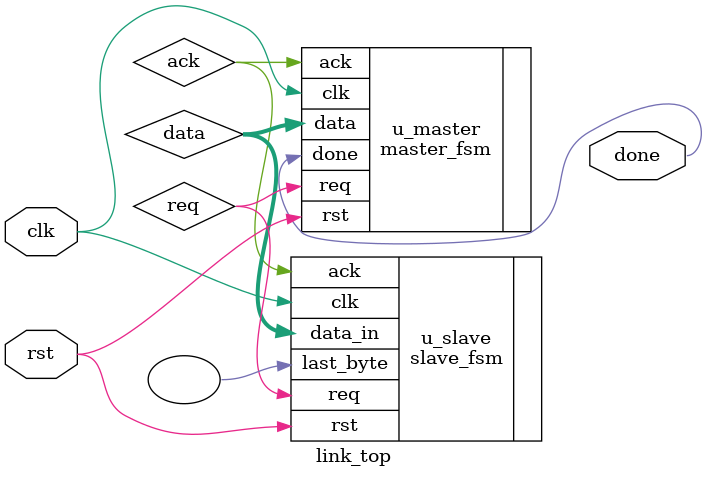
<source format=v>
module link_top(
    input wire clk,
    input wire rst,
    output wire done
);
    wire req, ack;
    wire [7:0] data;

    master_fsm u_master(.clk(clk), .rst(rst), .ack(ack),
                        .req(req), .data(data), .done(done));

    slave_fsm u_slave(.clk(clk), .rst(rst), .req(req), .data_in(data),
                      .ack(ack), .last_byte());
endmodule

</source>
